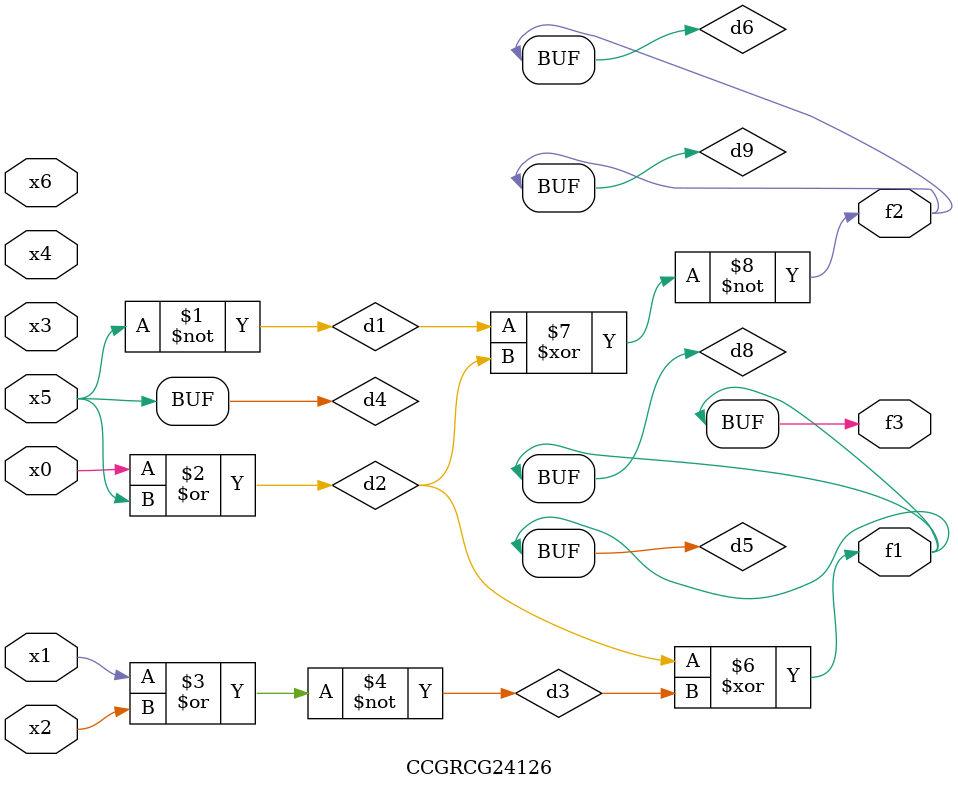
<source format=v>
module CCGRCG24126(
	input x0, x1, x2, x3, x4, x5, x6,
	output f1, f2, f3
);

	wire d1, d2, d3, d4, d5, d6, d7, d8, d9;

	nand (d1, x5);
	or (d2, x0, x5);
	nor (d3, x1, x2);
	xnor (d4, d1);
	xor (d5, d2, d3);
	xnor (d6, d1, d2);
	not (d7, x4);
	buf (d8, d5);
	xor (d9, d6);
	assign f1 = d8;
	assign f2 = d9;
	assign f3 = d8;
endmodule

</source>
